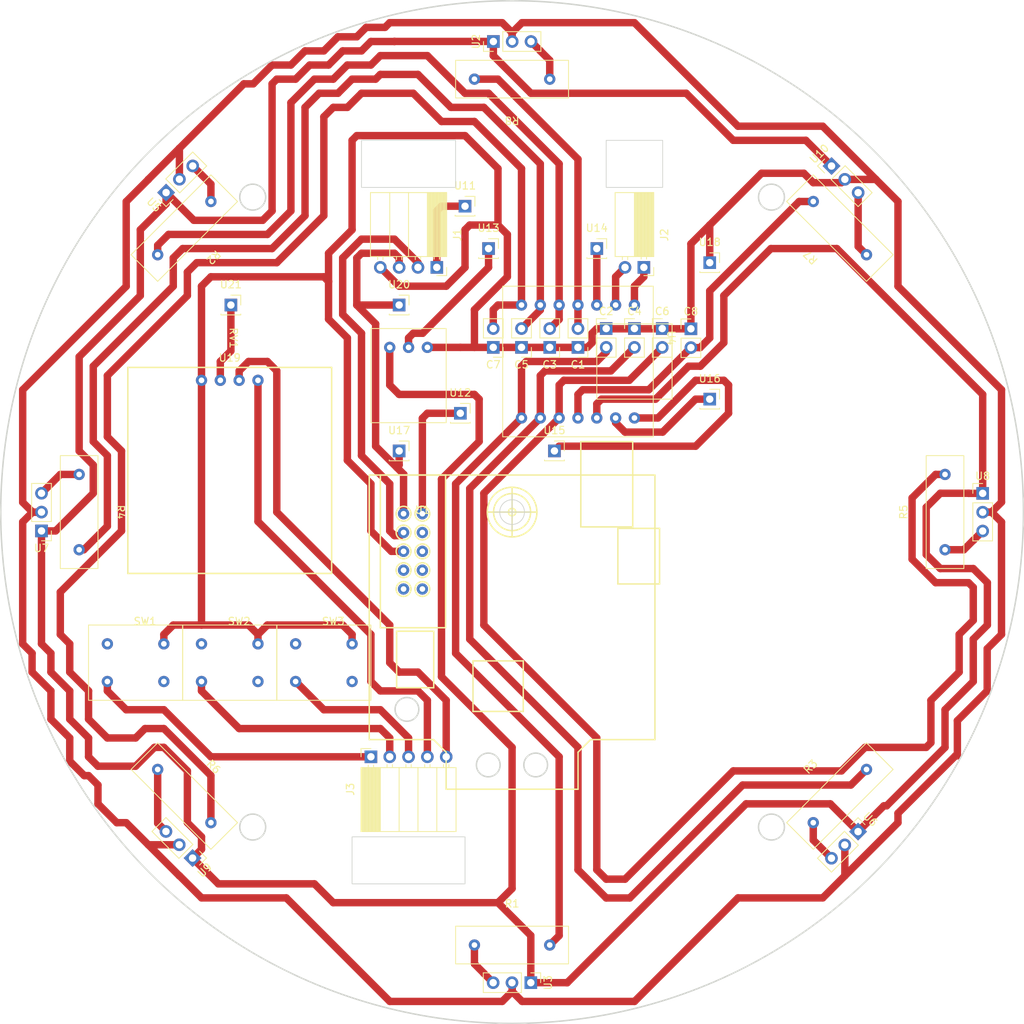
<source format=kicad_pcb>
(kicad_pcb (version 20211014) (generator pcbnew)
  (layers (0 "F.Cu" signal) (31 "B.Cu" signal) (34 "B.Paste" user) (35 "F.Paste" user) (36 "B.SilkS" user "B.Silkscreen") (37 "F.SilkS" user "F.Silkscreen") (38 "B.Mask" user) (39 "F.Mask" user) (44 "Edge.Cuts" user))
  (net 0 "")
  (net 1 "GND")
  (net 2 "IR1")
  (net 3 "IR5")
  (net 4 "IR2")
  (net 5 "IR6")
  (net 6 "IR3")
  (net 7 "IR7")
  (net 8 "IR4")
  (net 9 "IR8")
  (net 10 "TX")
  (net 11 "RX")
  (net 12 "+5V")
  (net 13 "IR_DAC")
  (net 14 "IR_dist")
  (net 15 "IR_Potention")
  (net 22 "+3V3")
  (net 23 "Net-(R1-Pad1)")
  (net 24 "Net-(R2-Pad1)")
  (net 25 "Net-(R3-Pad1)")
  (net 26 "Net-(R4-Pad1)")
  (net 27 "Net-(R5-Pad1)")
  (net 28 "Net-(R6-Pad1)")
  (net 29 "Net-(R7-Pad1)")
  (net 30 "Net-(R8-Pad1)")
  (net 31 "Net-(RV1-Pad2)")
  (net 32 "Net-(U1-Pad6)")
  (net 33 "SCL")
  (net 34 "SDA")
  (net 35 "left")
  (net 36 "center")
  (net 37 "right")
  (net 44 "Net-(U15-Pad1)")
  (net 45 "Net-(U16-Pad1)")
  (net 46 "Net-(U19-Pad2)")
  (footprint "TACTSW:TACTSW" (layer "F.Cu") (at -49.53 15.24)
    (fp_text reference "SW1")
    (fp_text value "left")
  )
  (footprint "MINE:R" (layer "F.Cu") (at -53.34 0 -90)
    (fp_text reference "R4")
    (fp_text value "R")
  )
  (footprint "Connector_PinSocket_2.54mm:PinSocket_1x01_P2.54mm_Vertical" (layer "F.Cu") (at -15.24 -8.255)
    (fp_text reference "U17")
    (fp_text value "D")
  )
  (footprint "Connector_PinHeader_2.54mm:PinHeader_1x03_P2.54mm_Vertical" (layer "F.Cu") (at 63.5 -2.525)
    (fp_text reference "U8")
    (fp_text value "IR7")
  )
  (footprint "Connector_PinSocket_2.54mm:PinSocket_1x04_P2.54mm_Horizontal" (layer "F.Cu") (at -10.16 -33.02 -90)
    (fp_text reference "J1")
    (fp_text value "PIXY")
  )
  (footprint "Connector_PinHeader_2.54mm:PinHeader_1x02_P2.54mm_Vertical" (layer "F.Cu") (at 5.08 -22.225 180)
    (fp_text reference "C3")
    (fp_text value "C")
  )
  (footprint "Connector_PinSocket_2.54mm:PinSocket_1x01_P2.54mm_Vertical" (layer "F.Cu") (at -3.175 -35.56)
    (fp_text reference "U13")
    (fp_text value "B")
  )
  (footprint "TACTSW:TACTSW" (layer "F.Cu") (at -24.13 15.24)
    (fp_text reference "SW3")
    (fp_text value "right")
  )
  (footprint "Connector_PinSocket_2.54mm:PinSocket_1x01_P2.54mm_Vertical" (layer "F.Cu") (at 5.715 -8.255)
    (fp_text reference "U15")
    (fp_text value "D")
  )
  (footprint "R_Potentiometer:Potentiometer" (layer "F.Cu") (at -13.97 -24.765)
    (fp_text reference "RV1")
    (fp_text value "R_Potentiometer")
  )
  (footprint "Connector_PinHeader_2.54mm:PinHeader_1x03_P2.54mm_Vertical" (layer "F.Cu") (at 2.525 63.5 -90)
    (fp_text reference "U3")
    (fp_text value "IR5")
  )
  (footprint "Connector_PinHeader_2.54mm:PinHeader_1x03_P2.54mm_Vertical" (layer "F.Cu") (at -2.525 -63.5 90)
    (fp_text reference "U2")
    (fp_text value "IR1")
  )
  (footprint "MINE:R" (layer "F.Cu") (at 0 53.34)
    (fp_text reference "R1")
    (fp_text value "R")
  )
  (footprint "OLED:0.96inchOLED" (layer "F.Cu") (at -38.1 -20.32)
    (fp_text reference "U19")
    (fp_text value "0.96inchOLED")
  )
  (footprint "seeeduino_xiao:seeeduino_xiao" (layer "F.Cu") (at 19.05 -20.32 -90)
    (fp_text reference "U4")
    (fp_text value "seeeduino_xion")
  )
  (footprint "MINE:R" (layer "F.Cu") (at 0 -53.34 180)
    (fp_text reference "R8")
    (fp_text value "R")
  )
  (footprint "Connector_PinHeader_2.54mm:PinHeader_1x02_P2.54mm_Vertical" (layer "F.Cu") (at 20.26 -24.765)
    (fp_text reference "C6")
    (fp_text value "C")
  )
  (footprint "MINE:R" (layer "F.Cu") (at -40.64 -34.725795 -135)
    (fp_text reference "R2")
    (fp_text value "R")
  )
  (footprint "Connector_PinHeader_2.54mm:PinHeader_1x02_P2.54mm_Vertical" (layer "F.Cu") (at 16.51 -24.765)
    (fp_text reference "C4")
    (fp_text value "C")
  )
  (footprint "Connector_PinHeader_2.54mm:PinHeader_1x03_P2.54mm_Vertical" (layer "F.Cu") (at 43.105229 -46.697332 45)
    (fp_text reference "U10")
    (fp_text value "IR8")
  )
  (footprint "Connector_PinSocket_2.54mm:PinSocket_1x01_P2.54mm_Vertical" (layer "F.Cu") (at 26.67 -33.655)
    (fp_text reference "U18")
    (fp_text value "C")
  )
  (footprint "Connector_PinHeader_2.54mm:PinHeader_1x02_P2.54mm_Vertical" (layer "F.Cu") (at 8.89 -22.225 180)
    (fp_text reference "C1")
    (fp_text value "C")
  )
  (footprint "Connector_PinSocket_2.54mm:PinSocket_1x01_P2.54mm_Vertical" (layer "F.Cu") (at -6.985 -13.335)
    (fp_text reference "U12")
    (fp_text value "A")
  )
  (footprint "TACTSW:TACTSW" (layer "F.Cu") (at -36.83 15.24)
    (fp_text reference "SW2")
    (fp_text value "center")
  )
  (footprint "Connector_PinSocket_2.54mm:PinSocket_1x05_P2.54mm_Horizontal" (layer "F.Cu") (at -19.05 33.02 90)
    (fp_text reference "J3")
    (fp_text value "I2C/SW")
  )
  (footprint "Connector_PinHeader_2.54mm:PinHeader_1x02_P2.54mm_Vertical" (layer "F.Cu") (at 24.13 -24.735)
    (fp_text reference "C8")
    (fp_text value "C")
  )
  (footprint "Connector_PinSocket_2.54mm:PinSocket_1x01_P2.54mm_Vertical" (layer "F.Cu") (at -37.945 -27.94)
    (fp_text reference "U21")
    (fp_text value "E")
  )
  (footprint "PIXY:PIXY2" (layer "F.Cu") (at 0 0)
    (fp_text reference "U1")
    (fp_text value "PIXY2")
    (fp_circle (center -14.19 26.62) (end -12.59 26.62) (layer "Edge.Cuts") (width 0.2) (fill none))
    (fp_circle (center -3.215 34.12) (end -1.615 34.12) (layer "Edge.Cuts") (width 0.2) (fill none))
    (fp_circle (center 3.185 34.12) (end 4.785 34.12) (layer "Edge.Cuts") (width 0.2) (fill none))
  )
  (footprint "Connector_PinHeader_2.54mm:PinHeader_1x03_P2.54mm_Vertical" (layer "F.Cu") (at -43.115836 46.686725 -135)
    (fp_text reference "U9")
    (fp_text value "IR4")
  )
  (footprint "MINE:R" (layer "F.Cu") (at -40.64 34.725795 -45)
    (fp_text reference "R6")
    (fp_text value "R")
  )
  (footprint "Connector_PinSocket_2.54mm:PinSocket_1x01_P2.54mm_Vertical" (layer "F.Cu") (at 26.67 -15.24)
    (fp_text reference "U16")
    (fp_text value "C")
  )
  (footprint "Connector_PinHeader_2.54mm:PinHeader_1x02_P2.54mm_Vertical" (layer "F.Cu") (at 12.7 -24.765)
    (fp_text reference "C2")
    (fp_text value "C")
  )
  (footprint "Connector_PinHeader_2.54mm:PinHeader_1x02_P2.54mm_Vertical" (layer "F.Cu") (at -2.54 -22.225 180)
    (fp_text reference "C7")
    (fp_text value "C")
  )
  (footprint "Connector_PinSocket_2.54mm:PinSocket_1x01_P2.54mm_Vertical" (layer "F.Cu") (at 11.43 -35.56)
    (fp_text reference "U14")
    (fp_text value "B")
  )
  (footprint "Connector_PinSocket_2.54mm:PinSocket_1x02_P2.54mm_Horizontal" (layer "F.Cu") (at 17.78 -33.02 -90)
    (fp_text reference "J2")
    (fp_text value "IR")
  )
  (footprint "Connector_PinHeader_2.54mm:PinHeader_1x02_P2.54mm_Vertical" (layer "F.Cu") (at 1.27 -22.225 180)
    (fp_text reference "C5")
    (fp_text value "C")
  )
  (footprint "MINE:R" (layer "F.Cu") (at 40.64 -34.725795 135)
    (fp_text reference "R7")
    (fp_text value "R")
  )
  (footprint "Connector_PinHeader_2.54mm:PinHeader_1x03_P2.54mm_Vertical" (layer "F.Cu") (at -63.5 2.54 180)
    (fp_text reference "U7")
    (fp_text value "IR3")
  )
  (footprint "Connector_PinHeader_2.54mm:PinHeader_1x03_P2.54mm_Vertical" (layer "F.Cu") (at -46.686725 -43.115836 135)
    (fp_text reference "U5")
    (fp_text value "IR2")
  )
  (footprint "Connector_PinSocket_2.54mm:PinSocket_1x01_P2.54mm_Vertical" (layer "F.Cu") (at -6.35 -41.275)
    (fp_text reference "U11")
    (fp_text value "A")
  )
  (footprint "MINE:R" (layer "F.Cu") (at 40.64 34.725795 45)
    (fp_text reference "R3")
    (fp_text value "R")
  )
  (footprint "Connector_PinHeader_2.54mm:PinHeader_1x03_P2.54mm_Vertical" (layer "F.Cu") (at 46.686725 43.115836 -45)
    (fp_text reference "U6")
    (fp_text value "IR6")
  )
  (footprint "Connector_PinSocket_2.54mm:PinSocket_1x01_P2.54mm_Vertical" (layer "F.Cu") (at -15.24 -27.94)
    (fp_text reference "U20")
    (fp_text value "E")
  )
  (footprint "MINE:R" (layer "F.Cu") (at 53.34 0 90)
    (fp_text reference "R5")
    (fp_text value "R")
  )
  (gr_circle (center -35 42.5) (end -33.25 42.5) (layer "Edge.Cuts") (width 0.2) (fill none))
  (gr_rect (start -21.59 50.165) (end -6.35 43.815) (layer "Edge.Cuts") (width 0.1) (fill none))
  (gr_circle (center 35 42.5) (end 36.75 42.5) (layer "Edge.Cuts") (width 0.2) (fill none))
  (gr_rect (start -20.32 -43.815) (end -7.62 -50.165) (layer "Edge.Cuts") (width 0.1) (fill none))
  (gr_circle (center -35 -42.5) (end -33.25 -42.5) (layer "Edge.Cuts") (width 0.2) (fill none))
  (gr_circle (center 35 -42.5) (end 36.75 -42.5) (layer "Edge.Cuts") (width 0.2) (fill none))
  (gr_circle (center 0 0) (end 69 0) (layer "Edge.Cuts") (width 0.2) (fill none))
  (gr_rect (start 12.7 -43.815) (end 20.32 -50.165) (layer "Edge.Cuts") (width 0.1) (fill none))
  (target plus (at 0 0) (size 5) (width 0.1) (layer "Edge.Cuts"))
  (segment (start -6.35 -50.8) (end -20.955 -50.8) (width 1) (layer "F.Cu") (net 1))
  (segment (start -35.56 15.24) (end -34.29 16.51) (width 1) (layer "F.Cu") (net 1))
  (segment (start -44.880068 49.07872) (end -44.90128 49.07872) (width 1) (layer "F.Cu") (net 1))
  (segment (start 30.490606 52.059394) (end 41.920606 52.059394) (width 1) (layer "F.Cu") (net 1))
  (segment (start -66.04 -16.495) (end -52.07 -30.465) (width 1) (layer "F.Cu") (net 1))
  (segment (start -33.02 15.24) (end -22.86 15.24) (width 1) (layer "F.Cu") (net 1))
  (segment (start -62.23 27.94) (end -59.69 30.48) (width 1) (layer "F.Cu") (net 1))
  (segment (start 52.07 -41.91) (end 49.089326 -44.890674) (width 1) (layer "F.Cu") (net 1))
  (segment (start -21.59 -50.165) (end -21.59 -38.1) (width 1) (layer "F.Cu") (net 1))
  (segment (start -30.469394 52.059394) (end -41.899394 52.059394) (width 1) (layer "F.Cu") (net 1))
  (segment (start -8.89 -30.48) (end -15.24 -30.48) (width 1) (layer "F.Cu") (net 1))
  (segment (start 11.4 -24.735) (end 10.795 -24.13) (width 1) (layer "F.Cu") (net 1))
  (segment (start -21.59 16.51) (end -21.59 17.78) (width 1) (layer "F.Cu") (net 1))
  (segment (start -25.4 -62.23) (end -23.495 -64.135) (width 1) (layer "F.Cu") (net 1))
  (segment (start 59.821993 32.888007) (end 52.07 40.64) (width 1) (layer "F.Cu") (net 1))
  (segment (start -16.29 5.3) (end -19.05 2.54) (width 1) (layer "F.Cu") (net 1))
  (segment (start -41.91 -30.48) (end -40.64 -31.75) (width 1) (layer "F.Cu") (net 1))
  (segment (start -46.99 17.78) (end -46.99 16.51) (width 1) (layer "F.Cu") (net 1))
  (segment (start -6.35 -38.1) (end -6.35 -33.02) (width 1) (layer "F.Cu") (net 1))
  (segment (start -25.4 -31.75) (end -24.765 -31.115) (width 1) (layer "F.Cu") (net 1))
  (segment (start -49.089326 -44.890674) (end -44.890674 -49.089326) (width 1) (layer "F.Cu") (net 1))
  (segment (start -64.702081 0) (end -66.04 1.337919) (width 1) (layer "F.Cu") (net 1))
  (segment (start 52.07 40.64) (end 52.07 41.91) (width 1) (layer "F.Cu") (net 1))
  (segment (start -49.089326 44.890674) (end -44.911887 44.890674) (width 1) (layer "F.Cu") (net 1))
  (segment (start -49.089326 -44.875674) (end -49.089326 -44.890674) (width 1) (layer "F.Cu") (net 1))
  (segment (start -57.73241 35.56) (end -57.15 35.56) (width 1) (layer "F.Cu") (net 1))
  (segment (start -59.69 33.60241) (end -57.73241 35.56) (width 1) (layer "F.Cu") (net 1))
  (segment (start 1.348525 66.029394) (end 16.520606 66.029394) (width 1) (layer "F.Cu") (net 1))
  (segment (start -41.91 15.24) (end -35.56 15.24) (width 1) (layer "F.Cu") (net 1))
  (segment (start -5.715 -38.735) (end -6.35 -38.1) (width 1) (layer "F.Cu") (net 1))
  (segment (start -2.54 -22.225) (end -5.08 -22.225) (width 1) (layer "F.Cu") (net 1))
  (segment (start -64.77 19.05) (end -64.77 21.59) (width 1) (layer "F.Cu") (net 1))
  (segment (start -62.23 24.13) (end -62.23 27.94) (width 1) (layer "F.Cu") (net 1))
  (segment (start -41.91 -17.78) (end -41.91 -30.48) (width 1) (layer "F.Cu") (net 1))
  (segment (start -1.337919 -66.04) (end 0 -64.702081) (width 1) (layer "F.Cu") (net 1))
  (segment (start 49.089326 -44.890674) (end 44.911887 -44.890674) (width 1) (layer "F.Cu") (net 1))
  (segment (start 66.04 16.51) (end 64.110147 18.439853) (width 1) (layer "F.Cu") (net 1))
  (segment (start -64.77 21.59) (end -62.23 24.13) (width 1) (layer "F.Cu") (net 1))
  (segment (start 63.5 0) (end 64.702081 0) (width 1) (layer "F.Cu") (net 1))
  (segment (start -66.04 -1.322919) (end -66.04 -16.495) (width 1) (layer "F.Cu") (net 1))
  (segment (start -1.905 -38.735) (end -5.715 -38.735) (width 1) (layer "F.Cu") (net 1))
  (segment (start 30.48 -52.07) (end 41.91 -52.07) (width 1) (layer "F.Cu") (net 1))
  (segment (start -66.04 1.337919) (end -66.04 17.78) (width 1) (layer "F.Cu") (net 1))
  (segment (start 41.920606 52.059394) (end 44.90128 49.07872) (width 1) (layer "F.Cu") (net 1))
  (segment (start -19.05 2.54) (end -19.05 -3.81) (width 1) (layer "F.Cu") (net 1))
  (segment (start 44.90128 49.07872) (end 44.90128 44.901281) (width 1) (layer "F.Cu") (net 1))
  (segment (start 40.64 -44.45) (end 44.449999 -44.45) (width 1) (layer "F.Cu") (net 1))
  (segment (start -24.765 -26.035) (end -24.765 -31.115) (width 1) (layer "F.Cu") (net 1))
  (segment (start 64.110147 24.120614) (end 60.086539 28.144222) (width 1) (layer "F.Cu") (net 1))
  (segment (start -44.890674 -49.089326) (end -44.890674 -44.911887) (width 1) (layer "F.Cu") (net 1))
  (segment (start -63.5 0.015) (end -64.702081 0.015) (width 1) (layer "F.Cu") (net 1))
  (segment (start -57.15 35.56) (end -55.88 36.83) (width 1) (layer "F.Cu") (net 1))
  (segment (start -19.05 -3.81) (end -22.225 -6.985) (width 1) (layer "F.Cu") (net 1))
  (segment (start 0 -64.702081) (end 1.337919 -66.04) (width 1) (layer "F.Cu") (net 1))
  (segment (start 26.67 -33.655) (end 26.67 -38.735) (width 1) (layer "F.Cu") (net 1))
  (segment (start 10.795 -24.13) (end 10.795 -22.86) (width 1) (layer "F.Cu") (net 1))
  (segment (start 1.337919 -66.04) (end 16.51 -66.04) (width 1) (layer "F.Cu") (net 1))
  (segment (start 41.91 -52.07) (end 49.089326 -44.890674) (width 1) (layer "F.Cu") (net 1))
  (segment (start 66.04 1.337919) (end 66.04 16.51) (width 1) (layer "F.Cu") (net 1))
  (segment (start -23.495 -64.135) (end -20.955 -64.135) (width 1) (layer "F.Cu") (net 1))
  (segment (start 66.04 -16.51) (end 52.07 -30.48) (width 1) (layer "F.Cu") (net 1))
  (segment (start 64.702081 0) (end 66.04 -1.337919) (width 1) (layer "F.Cu") (net 1))
  (segment (start -6.35 -33.02) (end -8.89 -30.48) (width 1) (layer "F.Cu") (net 1))
  (segment (start -0.635 -31.75) (end -0.635 -37.465) (width 1) (layer "F.Cu") (net 1))
  (segment (start 16.51 -66.04) (end 30.48 -52.07) (width 1) (layer "F.Cu") (net 1))
  (segment (start -5.08 -27.305) (end -0.635 -31.75) (width 1) (layer "F.Cu") (net 1))
  (segment (start -6.985 -22.225) (end -11.43 -22.225) (width 1) (layer "F.Cu") (net 1))
  (segment (start -20.955 -64.135) (end -19.685 -65.405) (width 1) (layer "F.Cu") (net 1))
  (segment (start -27.94 -62.23) (end -25.4 -62.23) (width 1) (layer "F.Cu") (net 1))
  (segment (start 33.655 -45.72) (end 39.37 -45.72) (width 1) (layer "F.Cu") (net 1))
  (segment (start 0.010606 64.691475) (end 1.348525 66.029394) (width 1) (layer "F.Cu") (net 1))
  (segment (start 0.010606 63.489394) (end 0.010606 64.691475) (width 1) (layer "F.Cu") (net 1))
  (segment (start -64.702081 0.015) (end -66.04 -1.322919) (width 1) (layer "F.Cu") (net 1))
  (segment (start -55.88 39.37) (end -53.34 41.91) (width 1) (layer "F.Cu") (net 1))
  (segment (start -44.890674 -49.089326) (end -36.195 -57.785) (width 1) (layer "F.Cu") (net 1))
  (segment (start -52.07 -41.895) (end -49.089326 -44.875674) (width 1) (layer "F.Cu") (net 1))
  (segment (start -5.08 -22.225) (end -5.08 -27.305) (width 1) (layer "F.Cu") (net 1))
  (segment (start -1.905 -38.735) (end -1.905 -46.355) (width 1) (layer "F.Cu") (net 1))
  (segment (start 52.07 41.91) (end 44.90128 49.07872) (width 1) (layer "F.Cu") (net 1))
  (segment (start 44.449999 -44.45) (end 44.90128 -44.901281) (width 1) (layer "F.Cu") (net 1))
  (segment (start -34.29 16.51) (end -34.29 17.78) (width 1) (layer "F.Cu") (net 1))
  (segment (start -66.04 17.78) (end -64.77 19.05) (width 1) (layer "F.Cu") (net 1))
  (segment (start -5.08 -22.225) (end -6.985 -22.225) (width 1) (layer "F.Cu") (net 1))
  (segment (start 0 -63.5) (end 0 -64.702081) (width 1) (layer "F.Cu") (net 1))
  (segment (start -15.24 -30.48) (end -17.78 -33.02) (width 1) (layer "F.Cu") (net 1))
  (segment (start 16.520606 66.029394) (end 30.490606 52.059394) (width 1) (layer "F.Cu") (net 1))
  (segment (start -24.765 -34.925) (end -21.59 -38.1) (width 1) (layer "F.Cu") (net 1))
  (segment (start -52.07 -30.465) (end -52.07 -41.895) (width 1) (layer "F.Cu") (net 1))
  (segment (start -19.685 -65.405) (end -17.145 -65.405) (width 1) (layer "F.Cu") (net 1))
  (segment (start -22.86 15.24) (end -21.59 16.51) (width 1) (layer "F.Cu") (net 1))
  (segment (start -16.499394 66.029394) (end -30.469394 52.059394) (width 1) (layer "F.Cu") (net 1))
  (segment (start -22.225 -23.495) (end -24.765 -26.035) (width 1) (layer "F.Cu") (net 1))
  (segment (start -1.327313 66.029394) (end -16.499394 66.029394) (width 1) (layer "F.Cu") (net 1))
  (segment (start -41.91 -17.78) (end -41.91 15.24) (width 1) (layer "F.Cu") (net 1))
  (segment (start -0.635 -37.465) (end -1.905 -38.735) (width 1) (layer "F.Cu") (net 1))
  (segment (start 66.04 -1.337919) (end 66.04 -16.51) (width 1) (layer "F.Cu") (net 1))
  (segment (start -45.72 15.24) (end -41.91 15.24) (width 1) (layer "F.Cu") (net 1))
  (segment (start -16.51 -66.04) (end -1.337919 -66.04) (width 1) (layer "F.Cu") (net 1))
  (segment (start 60.086539 28.144222) (end 60.086539 32.888007) (width 1) (layer "F.Cu") (net 1))
  (segment (start -55.88 36.83) (end -55.88 39.37) (width 1) (layer "F.Cu") (net 1))
  (segment (start 10.16 -22.225) (end -2.54 -22.225) (width 1) (layer "F.Cu") (net 1))
  (segment (start 52.07 -30.48) (end 52.07 -41.91) (width 1) (layer "F.Cu") (net 1))
  (segment (start 64.702081 0) (end 66.04 1.337919) (width 1) (layer "F.Cu") (net 1))
  (segment (start 0.010606 63.489394) (end 0.010606 64.691475) (width 1) (layer "F.Cu") (net 1))
  (segment (start -63.5 0.015) (end -64.702081 0.015) (width 1) (layer "F.Cu") (net 1))
  (segment (start -46.99 16.51) (end -45.72 15.24) (width 1) (layer "F.Cu") (net 1))
  (segment (start -63.5 0) (end -64.702081 0) (width 1) (layer "F.Cu") (net 1))
  (segment (start -59.69 30.48) (end -59.69 33.60241) (width 1) (layer "F.Cu") (net 1))
  (segment (start 39.37 -45.72) (end 40.64 -44.45) (width 1) (layer "F.Cu") (net 1))
  (segment (start -17.145 -65.405) (end -16.51 -66.04) (width 1) (layer "F.Cu") (net 1))
  (segment (start -44.90128 49.07872) (end -49.089326 44.890674) (width 1) (layer "F.Cu") (net 1))
  (segment (start 64.110147 18.439853) (end 64.110147 24.120614) (width 1) (layer "F.Cu") (net 1))
  (segment (start 24.1 -24.765) (end 24.13 -24.735) (width 1) (layer "F.Cu") (net 1))
  (segment (start 60.086539 32.888007) (end 59.821993 32.888007) (width 1) (layer "F.Cu") (net 1))
  (segment (start -53.34 41.91) (end -52.07 41.91) (width 1) (layer "F.Cu") (net 1))
  (segment (start -1.905 -46.355) (end -6.35 -50.8) (width 1) (layer "F.Cu") (net 1))
  (segment (start 0 -63.5) (end 0 -64.702081) (width 1) (layer "F.Cu") (net 1))
  (segment (start -36.195 -57.785) (end -34.925 -57.785) (width 1) (layer "F.Cu") (net 1))
  (segment (start -29.845 -60.325) (end -27.94 -62.23) (width 1) (layer "F.Cu") (net 1))
  (segment (start 0.010606 64.691475) (end -1.327313 66.029394) (width 1) (layer "F.Cu") (net 1))
  (segment (start -14.645 5.3) (end -16.29 5.3) (width 1) (layer "F.Cu") (net 1))
  (segment (start 24.13 -36.195) (end 26.67 -38.735) (width 1) (layer "F.Cu") (net 1))
  (segment (start -34.925 -57.785) (end -32.385 -60.325) (width 1) (layer "F.Cu") (net 1))
  (segment (start 24.13 -24.735) (end 11.4 -24.735) (width 1) (layer "F.Cu") (net 1))
  (segment (start 24.13 -24.735) (end 24.13 -36.195) (width 1) (layer "F.Cu") (net 1))
  (segment (start -22.225 -6.985) (end -22.225 -23.495) (width 1) (layer "F.Cu") (net 1))
  (segment (start 63.5 0) (end 64.702081 0) (width 1) (layer "F.Cu") (net 1))
  (segment (start -41.899394 52.059394) (end -44.880068 49.07872) (width 1) (layer "F.Cu") (net 1))
  (segment (start -24.765 -31.115) (end -24.765 -34.925) (width 1) (layer "F.Cu") (net 1))
  (segment (start -34.29 16.51) (end -33.02 15.24) (width 1) (layer "F.Cu") (net 1))
  (segment (start -40.64 -31.75) (end -25.4 -31.75) (width 1) (layer "F.Cu") (net 1))
  (segment (start 10.795 -22.86) (end 10.16 -22.225) (width 1) (layer "F.Cu") (net 1))
  (segment (start -52.07 41.91) (end -49.089326 44.890674) (width 1) (layer "F.Cu") (net 1))
  (segment (start 26.67 -38.735) (end 33.655 -45.72) (width 1) (layer "F.Cu") (net 1))
  (segment (start -20.955 -50.8) (end -21.59 -50.165) (width 1) (layer "F.Cu") (net 1))
  (segment (start -32.385 -60.325) (end -29.845 -60.325) (width 1) (layer "F.Cu") (net 1))
  (segment (start -1.905 -58.42) (end 8.89 -47.625) (width 1) (layer "F.Cu") (net 2))
  (segment (start 8.89 -27.94) (end 8.89 -24.765) (width 1) (layer "F.Cu") (net 2))
  (segment (start -5.08 -58.42) (end -1.905 -58.42) (width 1) (layer "F.Cu") (net 2))
  (segment (start 8.89 -47.625) (end 8.89 -27.94) (width 1) (layer "F.Cu") (net 2))
  (segment (start 11.43 -20.32) (end 1.905 -20.32) (width 1) (layer "F.Cu") (net 3))
  (segment (start 12.7 -22.225) (end 12.7 -21.59) (width 1) (layer "F.Cu") (net 3))
  (segment (start 1.27 -12.7) (end -7.62 -3.81) (width 1) (layer "F.Cu") (net 3))
  (segment (start 6.35 33.02) (end 6.35 57.15) (width 1) (layer "F.Cu") (net 3))
  (segment (start 1.27 -19.685) (end 1.27 -12.7) (width 1) (layer "F.Cu") (net 3))
  (segment (start 6.35 57.15) (end 5.08 58.42) (width 1) (layer "F.Cu") (net 3))
  (segment (start -7.62 19.05) (end 6.35 33.02) (width 1) (layer "F.Cu") (net 3))
  (segment (start 12.7 -21.59) (end 11.43 -20.32) (width 1) (layer "F.Cu") (net 3))
  (segment (start 1.905 -20.32) (end 1.27 -19.685) (width 1) (layer "F.Cu") (net 3))
  (segment (start -7.62 -3.81) (end -7.62 19.05) (width 1) (layer "F.Cu") (net 3))
  (segment (start -29.845 -40.64) (end -29.845 -55.245) (width 1) (layer "F.Cu") (net 4))
  (segment (start -33.02 -37.465) (end -29.845 -40.64) (width 1) (layer "F.Cu") (net 4))
  (segment (start -22.225 -60.325) (end -19.05 -60.325) (width 1) (layer "F.Cu") (net 4))
  (segment (start -17.78 -61.595) (end -11.43 -61.595) (width 1) (layer "F.Cu") (net 4))
  (segment (start -6.35 -56.515) (end -3.175 -56.515) (width 1) (layer "F.Cu") (net 4))
  (segment (start 6.35 -27.94) (end 6.35 -26.005) (width 1) (layer "F.Cu") (net 4))
  (segment (start -29.845 -55.245) (end -26.67 -58.42) (width 1) (layer "F.Cu") (net 4))
  (segment (start -3.175 -56.515) (end 6.35 -46.99) (width 1) (layer "F.Cu") (net 4))
  (segment (start -26.67 -58.42) (end -24.13 -58.42) (width 1) (layer "F.Cu") (net 4))
  (segment (start -46.355 -37.465) (end -33.02 -37.465) (width 1) (layer "F.Cu") (net 4))
  (segment (start 6.35 -46.99) (end 6.35 -27.94) (width 1) (layer "F.Cu") (net 4))
  (segment (start 6.35 -26.005) (end 5.08 -24.735) (width 1) (layer "F.Cu") (net 4))
  (segment (start -47.824205 -35.995795) (end -46.355 -37.465) (width 1) (layer "F.Cu") (net 4))
  (segment (start -24.13 -58.42) (end -22.225 -60.325) (width 1) (layer "F.Cu") (net 4))
  (segment (start -47.824205 -34.725795) (end -47.824205 -35.995795) (width 1) (layer "F.Cu") (net 4))
  (segment (start -11.43 -61.595) (end -6.35 -56.515) (width 1) (layer "F.Cu") (net 4))
  (segment (start -19.05 -60.325) (end -17.78 -61.595) (width 1) (layer "F.Cu") (net 4))
  (segment (start 12.7 52.07) (end 15.875 52.07) (width 1) (layer "F.Cu") (net 5))
  (segment (start 3.81 -18.415) (end 4.445 -19.05) (width 1) (layer "F.Cu") (net 5))
  (segment (start -5.715 -3.175) (end -5.715 17.145) (width 1) (layer "F.Cu") (net 5))
  (segment (start 13.335 -19.05) (end 16.51 -22.225) (width 1) (layer "F.Cu") (net 5))
  (segment (start 45.72 36.83) (end 47.824205 34.725795) (width 1) (layer "F.Cu") (net 5))
  (segment (start 31.115 36.83) (end 45.72 36.83) (width 1) (layer "F.Cu") (net 5))
  (segment (start 8.89 48.26) (end 12.7 52.07) (width 1) (layer "F.Cu") (net 5))
  (segment (start 4.445 -19.05) (end 13.335 -19.05) (width 1) (layer "F.Cu") (net 5))
  (segment (start 3.81 -12.7) (end 3.81 -18.415) (width 1) (layer "F.Cu") (net 5))
  (segment (start 8.89 31.75) (end 8.89 48.26) (width 1) (layer "F.Cu") (net 5))
  (segment (start 15.875 52.07) (end 31.115 36.83) (width 1) (layer "F.Cu") (net 5))
  (segment (start 3.81 -12.7) (end -5.715 -3.175) (width 1) (layer "F.Cu") (net 5))
  (segment (start -5.715 17.145) (end 8.89 31.75) (width 1) (layer "F.Cu") (net 5))
  (segment (start 1.27 -24.735) (end 3.81 -27.275) (width 1) (layer "F.Cu") (net 6))
  (segment (start -18.415 -58.42) (end -17.78 -59.055) (width 1) (layer "F.Cu") (net 6))
  (segment (start -58.42 5.08) (end -57.785 5.08) (width 1) (layer "F.Cu") (net 6))
  (segment (start -12.7 -59.055) (end -8.255 -54.61) (width 1) (layer "F.Cu") (net 6))
  (segment (start -32.385 -35.56) (end -27.94 -40.005) (width 1) (layer "F.Cu") (net 6))
  (segment (start -44.45 -35.56) (end -32.385 -35.56) (width 1) (layer "F.Cu") (net 6))
  (segment (start -56.515 -9.525) (end -56.515 -19.685) (width 1) (layer "F.Cu") (net 6))
  (segment (start -23.495 -56.515) (end -21.59 -58.42) (width 1) (layer "F.Cu") (net 6))
  (segment (start -3.81 -54.61) (end 3.81 -46.99) (width 1) (layer "F.Cu") (net 6))
  (segment (start -17.78 -59.055) (end -12.7 -59.055) (width 1) (layer "F.Cu") (net 6))
  (segment (start -21.59 -58.42) (end -18.415 -58.42) (width 1) (layer "F.Cu") (net 6))
  (segment (start -27.94 -54.61) (end -26.035 -56.515) (width 1) (layer "F.Cu") (net 6))
  (segment (start -27.94 -40.005) (end -27.94 -54.61) (width 1) (layer "F.Cu") (net 6))
  (segment (start -26.035 -56.515) (end -23.495 -56.515) (width 1) (layer "F.Cu") (net 6))
  (segment (start -8.255 -54.61) (end -3.81 -54.61) (width 1) (layer "F.Cu") (net 6))
  (segment (start -54.61 -7.62) (end -56.515 -9.525) (width 1) (layer "F.Cu") (net 6))
  (segment (start -57.785 5.08) (end -54.61 1.905) (width 1) (layer "F.Cu") (net 6))
  (segment (start 3.81 -27.275) (end 3.81 -27.94) (width 1) (layer "F.Cu") (net 6))
  (segment (start -54.61 1.905) (end -54.61 -7.62) (width 1) (layer "F.Cu") (net 6))
  (segment (start 3.81 -46.99) (end 3.81 -27.94) (width 1) (layer "F.Cu") (net 6))
  (segment (start -45.72 -34.29) (end -44.45 -35.56) (width 1) (layer "F.Cu") (net 6))
  (segment (start -45.72 -30.48) (end -45.72 -34.29) (width 1) (layer "F.Cu") (net 6))
  (segment (start -56.515 -19.685) (end -45.72 -30.48) (width 1) (layer "F.Cu") (net 6))
  (segment (start 44.45 34.925) (end 29.845 34.925) (width 1) (layer "F.Cu") (net 7))
  (segment (start 29.845 34.925) (end 15.24 49.53) (width 1) (layer "F.Cu") (net 7))
  (segment (start 11.43 48.26) (end 11.43 30.48) (width 1) (layer "F.Cu") (net 7))
  (segment (start 58.42 -5.08) (end 57.15 -5.08) (width 1) (layer "F.Cu") (net 7))
  (segment (start 6.35 -12.7) (end 6.35 -17.145) (width 1) (layer "F.Cu") (net 7))
  (segment (start 6.985 -17.78) (end 15.815 -17.78) (width 1) (layer "F.Cu") (net 7))
  (segment (start 15.24 49.53) (end 12.7 49.53) (width 1) (layer "F.Cu") (net 7))
  (segment (start 11.43 30.48) (end -3.81 15.24) (width 1) (layer "F.Cu") (net 7))
  (segment (start -3.81 15.24) (end -3.81 -2.54) (width 1) (layer "F.Cu") (net 7))
  (segment (start 56.515 31.115) (end 55.88 31.75) (width 1) (layer "F.Cu") (net 7))
  (segment (start -3.81 -2.54) (end 6.35 -12.7) (width 1) (layer "F.Cu") (net 7))
  (segment (start 53.975 6.35) (end 57.15 9.525) (width 1) (layer "F.Cu") (net 7))
  (segment (start 12.7 49.53) (end 11.43 48.26) (width 1) (layer "F.Cu") (net 7))
  (segment (start 62.23 14.605) (end 60.325 16.51) (width 1) (layer "F.Cu") (net 7))
  (segment (start 61.595 9.525) (end 62.23 10.16) (width 1) (layer "F.Cu") (net 7))
  (segment (start 57.15 -5.08) (end 53.975 -1.905) (width 1) (layer "F.Cu") (net 7))
  (segment (start 47.625 31.75) (end 44.45 34.925) (width 1) (layer "F.Cu") (net 7))
  (segment (start 60.325 21.59) (end 56.515 25.4) (width 1) (layer "F.Cu") (net 7))
  (segment (start 56.515 25.4) (end 56.515 31.115) (width 1) (layer "F.Cu") (net 7))
  (segment (start 60.325 16.51) (end 60.325 21.59) (width 1) (layer "F.Cu") (net 7))
  (segment (start 6.35 -17.145) (end 6.985 -17.78) (width 1) (layer "F.Cu") (net 7))
  (segment (start 15.815 -17.78) (end 20.26 -22.225) (width 1) (layer "F.Cu") (net 7))
  (segment (start 62.23 10.16) (end 62.23 14.605) (width 1) (layer "F.Cu") (net 7))
  (segment (start 55.88 31.75) (end 47.625 31.75) (width 1) (layer "F.Cu") (net 7))
  (segment (start 53.975 -1.905) (end 53.975 6.35) (width 1) (layer "F.Cu") (net 7))
  (segment (start 57.15 9.525) (end 61.595 9.525) (width 1) (layer "F.Cu") (net 7))
  (segment (start 1.27 -27.94) (end 1.27 -46.355) (width 1) (layer "F.Cu") (net 8))
  (segment (start -43.815 -32.385) (end -43.815 -29.21) (width 1) (layer "F.Cu") (net 8))
  (segment (start -42.545 -33.655) (end -43.815 -32.385) (width 1) (layer "F.Cu") (net 8))
  (segment (start -52.705 2.54) (end -60.96 10.795) (width 1) (layer "F.Cu") (net 8))
  (segment (start -57.15 27.94) (end -54.61 30.48) (width 1) (layer "F.Cu") (net 8))
  (segment (start -46.99 29.21) (end -40.64 35.56) (width 1) (layer "F.Cu") (net 8))
  (segment (start -54.61 -18.415) (end -54.61 -10.16) (width 1) (layer "F.Cu") (net 8))
  (segment (start -40.64 35.56) (end -40.64 41.91) (width 1) (layer "F.Cu") (net 8))
  (segment (start -9.525 -52.705) (end -13.335 -56.515) (width 1) (layer "F.Cu") (net 8))
  (segment (start 1.27 -27.94) (end -1.905 -27.94) (width 1) (layer "F.Cu") (net 8))
  (segment (start -49.53 29.21) (end -46.99 29.21) (width 1) (layer "F.Cu") (net 8))
  (segment (start -25.4 -53.34) (end -25.4 -40.005) (width 1) (layer "F.Cu") (net 8))
  (segment (start -1.905 -27.94) (end -2.54 -27.305) (width 1) (layer "F.Cu") (net 8))
  (segment (start -60.96 10.795) (end -60.96 16.51) (width 1) (layer "F.Cu") (net 8))
  (segment (start -22.225 -54.61) (end -24.13 -54.61) (width 1) (layer "F.Cu") (net 8))
  (segment (start -20.32 -56.515) (end -22.225 -54.61) (width 1) (layer "F.Cu") (net 8))
  (segment (start -54.61 30.48) (end -50.8 30.48) (width 1) (layer "F.Cu") (net 8))
  (segment (start -31.75 -33.655) (end -42.545 -33.655) (width 1) (layer "F.Cu") (net 8))
  (segment (start -24.13 -54.61) (end -25.4 -53.34) (width 1) (layer "F.Cu") (net 8))
  (segment (start -50.8 30.48) (end -49.53 29.21) (width 1) (layer "F.Cu") (net 8))
  (segment (start -25.4 -40.005) (end -31.75 -33.655) (width 1) (layer "F.Cu") (net 8))
  (segment (start -59.69 17.78) (end -59.69 21.59) (width 1) (layer "F.Cu") (net 8))
  (segment (start -43.815 -29.21) (end -54.61 -18.415) (width 1) (layer "F.Cu") (net 8))
  (segment (start -52.705 -8.255) (end -52.705 2.54) (width 1) (layer "F.Cu") (net 8))
  (segment (start -60.96 16.51) (end -59.69 17.78) (width 1) (layer "F.Cu") (net 8))
  (segment (start -57.15 24.13) (end -57.15 27.94) (width 1) (layer "F.Cu") (net 8))
  (segment (start -59.69 21.59) (end -57.15 24.13) (width 1) (layer "F.Cu") (net 8))
  (segment (start -54.61 -10.16) (end -52.705 -8.255) (width 1) (layer "F.Cu") (net 8))
  (segment (start -5.08 -52.705) (end -9.525 -52.705) (width 1) (layer "F.Cu") (net 8))
  (segment (start -2.54 -27.305) (end -2.54 -24.735) (width 1) (layer "F.Cu") (net 8))
  (segment (start 1.27 -46.355) (end -5.08 -52.705) (width 1) (layer "F.Cu") (net 8))
  (segment (start -13.335 -56.515) (end -20.32 -56.515) (width 1) (layer "F.Cu") (net 8))
  (segment (start 40.64 -41.91) (end 38.735 -41.91) (width 1) (layer "F.Cu") (net 9))
  (segment (start 26.67 -29.845) (end 26.67 -23.495) (width 1) (layer "F.Cu") (net 9))
  (segment (start 8.89 -15.875) (end 9.525 -16.51) (width 1) (layer "F.Cu") (net 9))
  (segment (start 18.445 -16.51) (end 24.13 -22.195) (width 1) (layer "F.Cu") (net 9))
  (segment (start 26.67 -23.495) (end 25.37 -22.195) (width 1) (layer "F.Cu") (net 9))
  (segment (start 38.735 -41.91) (end 26.67 -29.845) (width 1) (layer "F.Cu") (net 9))
  (segment (start 9.525 -16.51) (end 18.445 -16.51) (width 1) (layer "F.Cu") (net 9))
  (segment (start 25.37 -22.195) (end 24.13 -22.195) (width 1) (layer "F.Cu") (net 9))
  (segment (start 8.89 -12.7) (end 8.89 -15.875) (width 1) (layer "F.Cu") (net 9))
  (segment (start -10.16 -40.64) (end -10.16 -33.02) (width 1) (layer "F.Cu") (net 10))
  (segment (start -6.35 -41.275) (end -9.525 -41.275) (width 1) (layer "F.Cu") (net 10))
  (segment (start -9.525 -41.275) (end -10.16 -40.64) (width 1) (layer "F.Cu") (net 10))
  (segment (start -12.7 -33.655) (end -15.875 -36.83) (width 1) (layer "F.Cu") (net 11))
  (segment (start -20.32 -7.62) (end -16.51 -3.81) (width 1) (layer "F.Cu") (net 11))
  (segment (start -22.86 -34.29) (end -22.86 -26.67) (width 1) (layer "F.Cu") (net 11))
  (segment (start -20.32 -24.13) (end -20.32 -7.62) (width 1) (layer "F.Cu") (net 11))
  (segment (start -16.51 2.54) (end -15.875 3.175) (width 1) (layer "F.Cu") (net 11))
  (segment (start -15.875 3.175) (end -15.06 3.175) (width 1) (layer "F.Cu") (net 11))
  (segment (start -20.32 -36.83) (end -22.86 -34.29) (width 1) (layer "F.Cu") (net 11))
  (segment (start -22.86 -26.67) (end -20.32 -24.13) (width 1) (layer "F.Cu") (net 11))
  (segment (start -16.51 -3.81) (end -16.51 2.54) (width 1) (layer "F.Cu") (net 11))
  (segment (start -15.06 3.175) (end -14.645 2.76) (width 1) (layer "F.Cu") (net 11))
  (segment (start -15.875 -36.83) (end -20.32 -36.83) (width 1) (layer "F.Cu") (net 11))
  (segment (start -12.7 -33.02) (end -12.7 -33.655) (width 1) (layer "F.Cu") (net 11))
  (segment (start -14.605 -5.08) (end -14.645 -5.04) (width 1) (layer "F.Cu") (net 12))
  (segment (start -18.415 -25.4) (end -18.415 -8.89) (width 1) (layer "F.Cu") (net 12))
  (segment (start -15.24 -34.29) (end -15.875 -34.925) (width 1) (layer "F.Cu") (net 12))
  (segment (start -20.955 -27.94) (end -18.415 -25.4) (width 1) (layer "F.Cu") (net 12))
  (segment (start -15.24 -27.94) (end -20.955 -27.94) (width 1) (layer "F.Cu") (net 12))
  (segment (start -15.5575 -6.0325) (end -14.605 -5.08) (width 1) (layer "F.Cu") (net 12))
  (segment (start -15.24 -33.02) (end -15.24 -34.29) (width 1) (layer "F.Cu") (net 12))
  (segment (start -18.415 -8.89) (end -15.5575 -6.0325) (width 1) (layer "F.Cu") (net 12))
  (segment (start -20.32 -34.925) (end -20.955 -34.29) (width 1) (layer "F.Cu") (net 12))
  (segment (start -15.24 -6.35) (end -15.5575 -6.0325) (width 1) (layer "F.Cu") (net 12))
  (segment (start -15.24 -8.255) (end -15.24 -6.35) (width 1) (layer "F.Cu") (net 12))
  (segment (start -15.875 -34.925) (end -20.32 -34.925) (width 1) (layer "F.Cu") (net 12))
  (segment (start -20.955 -34.29) (end -20.955 -27.94) (width 1) (layer "F.Cu") (net 12))
  (segment (start -14.645 -5.04) (end -14.645 0.22) (width 1) (layer "F.Cu") (net 12))
  (segment (start 16.51 -27.94) (end 16.51 -30.48) (width 1) (layer "F.Cu") (net 13))
  (segment (start 17.78 -31.75) (end 17.78 -33.02) (width 1) (layer "F.Cu") (net 13))
  (segment (start 16.51 -30.48) (end 17.78 -31.75) (width 1) (layer "F.Cu") (net 13))
  (segment (start 13.97 -31.75) (end 13.97 -27.94) (width 1) (layer "F.Cu") (net 14))
  (segment (start 15.24 -33.02) (end 13.97 -31.75) (width 1) (layer "F.Cu") (net 14))
  (segment (start 11.43 -35.56) (end 11.43 -27.94) (width 1) (layer "F.Cu") (net 15))
  (segment (start -26.67 50.165) (end -24.13 52.705) (width 1) (layer "F.Cu") (net 22))
  (segment (start 50.532439 39.637561) (end 58.42 31.75) (width 1) (layer "F.Cu") (net 22))
  (segment (start 2.54 -56.515) (end -2.525 -61.58) (width 1) (layer "F.Cu") (net 22))
  (segment (start 55.88 -0.635) (end 57.785 -2.54) (width 1) (layer "F.Cu") (net 22))
  (segment (start -20.32 -62.23) (end -22.86 -62.23) (width 1) (layer "F.Cu") (net 22))
  (segment (start -43.815 41.91) (end -41.91 43.815) (width 1) (layer "F.Cu") (net 22))
  (segment (start -24.13 52.705) (end -1.905 52.705) (width 1) (layer "F.Cu") (net 22))
  (segment (start -50.165 -29.21) (end -58.42 -20.955) (width 1) (layer "F.Cu") (net 22))
  (segment (start 39.637561 -50.165) (end 29.845 -50.165) (width 1) (layer "F.Cu") (net 22))
  (segment (start -46.99 31.75) (end -43.815 34.925) (width 1) (layer "F.Cu") (net 22))
  (segment (start -56.515 -2.54) (end -61.595 2.54) (width 1) (layer "F.Cu") (net 22))
  (segment (start 23.495 -56.515) (end 2.54 -56.515) (width 1) (layer "F.Cu") (net 22))
  (segment (start -32.385 -40.64) (end -33.655 -39.37) (width 1) (layer "F.Cu") (net 22))
  (segment (start 0 31.75) (end -9.525 22.225) (width 1) (layer "F.Cu") (net 22))
  (segment (start -50.8 34.29) (end -48.26 31.75) (width 1) (layer "F.Cu") (net 22))
  (segment (start -43.115836 46.686725) (end -39.637561 50.165) (width 1) (layer "F.Cu") (net 22))
  (segment (start -2.514393 -63.510607) (end -15.864393 -63.510607) (width 1) (layer "F.Cu") (net 22))
  (segment (start 7.422809 63.5) (end 7.433416 63.510607) (width 1) (layer "F.Cu") (net 22))
  (segment (start -19.05 -63.5) (end -20.32 -62.23) (width 1) (layer "F.Cu") (net 22))
  (segment (start -57.15 30.48) (end -57.15 33.02) (width 1) (layer "F.Cu") (net 22))
  (segment (start -55.88 34.29) (end -50.8 34.29) (width 1) (layer "F.Cu") (net 22))
  (segment (start 57.785 7.62) (end 55.88 5.715) (width 1) (layer "F.Cu") (net 22))
  (segment (start 31.574023 39.37) (end 42.940888 39.37) (width 1) (layer "F.Cu") (net 22))
  (segment (start -31.75 -58.42) (end -32.385 -57.785) (width 1) (layer "F.Cu") (net 22))
  (segment (start -58.42 -20.955) (end -58.42 -8.255) (width 1) (layer "F.Cu") (net 22))
  (segment (start 29.845 -50.165) (end 23.495 -56.515) (width 1) (layer "F.Cu") (net 22))
  (segment (start -41.91 45.502103) (end -43.094622 46.686725) (width 1) (layer "F.Cu") (net 22))
  (segment (start 46.686725 43.115836) (end 42.940888 39.37) (width 1) (layer "F.Cu") (net 22))
  (segment (start -2.525 -63.5) (end -2.525 -61.61) (width 1) (layer "F.Cu") (net 22))
  (segment (start -46.686725 -43.115836) (end -42.940888 -39.37) (width 1) (layer "F.Cu") (net 22))
  (segment (start 50.165 39.637561) (end 50.532439 39.637561) (width 1) (layer "F.Cu") (net 22))
  (segment (start -2.525 -61.58) (end -2.525 -61.61) (width 1) (layer "F.Cu") (net 22))
  (segment (start 28.575 -29.21) (end 34.925 -35.56) (width 1) (layer "F.Cu") (net 22))
  (segment (start -2.525 -61.61) (end -2.54 -61.595) (width 1) (layer "F.Cu") (net 22))
  (segment (start 55.88 5.715) (end 55.88 -0.635) (width 1) (layer "F.Cu") (net 22))
  (segment (start -63.5 17.78) (end -62.23 19.05) (width 1) (layer "F.Cu") (net 22))
  (segment (start 64.135 9.525) (end 62.23 7.62) (width 1) (layer "F.Cu") (net 22))
  (segment (start -39.637561 50.165) (end -26.67 50.165) (width 1) (layer "F.Cu") (net 22))
  (segment (start 7.433416 63.510607) (end 31.574023 39.37) (width 1) (layer "F.Cu") (net 22))
  (segment (start 46.707938 43.094623) (end 50.165 39.637561) (width 1) (layer "F.Cu") (net 22))
  (segment (start -62.23 21.59) (end -59.69 24.13) (width 1) (layer "F.Cu") (net 22))
  (segment (start -63.5 2.54) (end -63.5 17.78) (width 1) (layer "F.Cu") (net 22))
  (segment (start -61.595 2.54) (end -63.5 2.54) (width 1) (layer "F.Cu") (net 22))
  (segment (start 28.575 -22.86) (end 28.575 -29.21) (width 1) (layer "F.Cu") (net 22))
  (segment (start 62.23 17.145) (end 64.135 15.24) (width 1) (layer "F.Cu") (net 22))
  (segment (start 11.43 -14.605) (end 12.065 -15.24) (width 1) (layer "F.Cu") (net 22))
  (segment (start 34.925 -35.56) (end 43.815 -35.56) (width 1) (layer "F.Cu") (net 22))
  (segment (start -15.864393 -63.510607) (end -15.875 -63.5) (width 1) (layer "F.Cu") (net 22))
  (segment (start 43.115836 -46.686725) (end 39.637561 -50.165) (width 1) (layer "F.Cu") (net 22))
  (segment (start 2.525 63.5) (end 7.422809 63.5) (width 1) (layer "F.Cu") (net 22))
  (segment (start -43.815 34.925) (end -43.815 41.91) (width 1) (layer "F.Cu") (net 22))
  (segment (start -22.86 -62.23) (end -24.765 -60.325) (width 1) (layer "F.Cu") (net 22))
  (segment (start 25.4 -19.685) (end 28.575 -22.86) (width 1) (layer "F.Cu") (net 22))
  (segment (start 23.812032 -19.685) (end 25.4 -19.685) (width 1) (layer "F.Cu") (net 22))
  (segment (start -41.91 43.815) (end -41.91 45.502103) (width 1) (layer "F.Cu") (net 22))
  (segment (start -29.21 -58.42) (end -31.75 -58.42) (width 1) (layer "F.Cu") (net 22))
  (segment (start -62.23 19.05) (end -62.23 21.59) (width 1) (layer "F.Cu") (net 22))
  (segment (start -59.69 27.94) (end -57.15 30.48) (width 1) (layer "F.Cu") (net 22))
  (segment (start 43.815 -35.56) (end 63.5 -15.875) (width 1) (layer "F.Cu") (net 22))
  (segment (start -4.445 -15.24) (end -5.08 -15.875) (width 1) (layer "F.Cu") (net 22))
  (segment (start -58.42 -8.255) (end -56.515 -6.35) (width 1) (layer "F.Cu") (net 22))
  (segment (start -32.385 -57.785) (end -32.385 -40.64) (width 1) (layer "F.Cu") (net 22))
  (segment (start -27.305 -60.325) (end -29.21 -58.42) (width 1) (layer "F.Cu") (net 22))
  (segment (start -4.445 -9.525) (end -4.445 -15.24) (width 1) (layer "F.Cu") (net 22))
  (segment (start -46.686725 -43.115836) (end -46.686725 -41.578275) (width 1) (layer "F.Cu") (net 22))
  (segment (start -56.515 -6.35) (end -56.515 -2.54) (width 1) (layer "F.Cu") (net 22))
  (segment (start -43.094622 46.686725) (end -43.115836 46.686725) (width 1) (layer "F.Cu") (net 22))
  (segment (start -16.51 -17.145) (end -16.51 -22.225) (width 1) (layer "F.Cu") (net 22))
  (segment (start -48.26 31.75) (end -46.99 31.75) (width 1) (layer "F.Cu") (net 22))
  (segment (start -9.525 -4.445) (end -4.445 -9.525) (width 1) (layer "F.Cu") (net 22))
  (segment (start 58.42 26.67) (end 62.23 22.86) (width 1) (layer "F.Cu") (net 22))
  (segment (start -1.905 52.705) (end 2.525 57.135) (width 1) (layer "F.Cu") (net 22))
  (segment (start -50.165 -38.1) (end -50.165 -29.21) (width 1) (layer "F.Cu") (net 22))
  (segment (start -15.24 -15.875) (end -16.51 -17.145) (width 1) (layer "F.Cu") (net 22))
  (segment (start -1.905 52.705) (end 0 50.8) (width 1) (layer "F.Cu") (net 22))
  (segment (start 12.065 -15.24) (end 19.367032 -15.24) (width 1) (layer "F.Cu") (net 22))
  (segment (start 2.525 57.135) (end 2.525 63.5) (width 1) (layer "F.Cu") (net 22))
  (segment (start 62.23 22.86) (end 62.23 17.145) (width 1) (layer "F.Cu") (net 22))
  (segment (start -42.940888 -39.37) (end -33.655 -39.37) (width 1) (layer "F.Cu") (net 22))
  (segment (start 63.5 -15.875) (end 63.5 -2.525) (width 1) (layer "F.Cu") (net 22))
  (segment (start 61.61 -2.525) (end 63.5 -2.525) (width 1) (layer "F.Cu") (net 22))
  (segment (start 11.43 -12.7) (end 11.43 -14.605) (width 1) (layer "F.Cu") (net 22))
  (segment (start -24.765 -60.325) (end -27.305 -60.325) (width 1) (layer "F.Cu") (net 22))
  (segment (start -57.15 33.02) (end -55.88 34.29) (width 1) (layer "F.Cu") (net 22))
  (segment (start 57.785 -2.54) (end 61.595 -2.54) (width 1) (layer "F.Cu") (net 22))
  (segment (start -5.08 -15.875) (end -15.24 -15.875) (width 1) (layer "F.Cu") (net 22))
  (segment (start 64.135 15.24) (end 64.135 9.525) (width 1) (layer "F.Cu") (net 22))
  (segment (start -9.525 22.225) (end -9.525 -4.445) (width 1) (layer "F.Cu") (net 22))
  (segment (start -15.875 -63.5) (end -19.05 -63.5) (width 1) (layer "F.Cu") (net 22))
  (segment (start 62.23 7.62) (end 57.785 7.62) (width 1) (layer "F.Cu") (net 22))
  (segment (start -59.69 24.13) (end -59.69 27.94) (width 1) (layer "F.Cu") (net 22))
  (segment (start 58.42 31.75) (end 58.42 26.67) (width 1) (layer "F.Cu") (net 22))
  (segment (start -46.686725 -41.578275) (end -50.165 -38.1) (width 1) (layer "F.Cu") (net 22))
  (segment (start 19.367032 -15.24) (end 23.812032 -19.685) (width 1) (layer "F.Cu") (net 22))
  (segment (start 61.595 -2.54) (end 61.61 -2.525) (width 1) (layer "F.Cu") (net 22))
  (segment (start 0 50.8) (end 0 31.75) (width 1) (layer "F.Cu") (net 22))
  (segment (start -3.81 62.245) (end -3.81 62.23) (width 1) (layer "F.Cu") (net 23))
  (segment (start -2.555 63.5) (end -3.81 62.245) (width 1) (layer "F.Cu") (net 23))
  (segment (start -3.81 62.23) (end -5.08 60.96) (width 1) (layer "F.Cu") (net 23))
  (segment (start -5.08 60.96) (end -5.08 58.42) (width 1) (layer "F.Cu") (net 23))
  (segment (start -43.094623 -46.707938) (end -40.64 -44.253315) (width 1) (layer "F.Cu") (net 24))
  (segment (start -40.64 -44.253315) (end -40.64 -41.91) (width 1) (layer "F.Cu") (net 24))
  (segment (start 40.64 44.253315) (end 43.094623 46.707938) (width 1) (layer "F.Cu") (net 25))
  (segment (start 40.64 41.91) (end 40.64 44.253315) (width 1) (layer "F.Cu") (net 25))
  (segment (start -60.96 -5.08) (end -58.42 -5.08) (width 1) (layer "F.Cu") (net 26))
  (segment (start -63.5 -2.54) (end -60.96 -5.08) (width 1) (layer "F.Cu") (net 26))
  (segment (start 62.23 3.81) (end 60.96 5.08) (width 1) (layer "F.Cu") (net 27))
  (segment (start 62.245 3.81) (end 62.23 3.81) (width 1) (layer "F.Cu") (net 27))
  (segment (start 60.96 5.08) (end 58.42 5.08) (width 1) (layer "F.Cu") (net 27))
  (segment (start 63.5 2.555) (end 62.245 3.81) (width 1) (layer "F.Cu") (net 27))
  (segment (start -47.824205 34.725795) (end -47.824205 41.978356) (width 1) (layer "F.Cu") (net 28))
  (segment (start -47.824205 41.978356) (end -46.707938 43.094623) (width 1) (layer "F.Cu") (net 28))
  (segment (start 46.697331 -35.852669) (end 47.824205 -34.725795) (width 1) (layer "F.Cu") (net 29))
  (segment (start 46.697331 -43.10523) (end 46.697331 -35.852669) (width 1) (layer "F.Cu") (net 29))
  (segment (start 2.555 -63.5) (end 3.81 -62.245) (width 1) (layer "F.Cu") (net 30))
  (segment (start 3.81 -62.23) (end 5.08 -60.96) (width 1) (layer "F.Cu") (net 30))
  (segment (start 3.81 -62.245) (end 3.81 -62.23) (width 1) (layer "F.Cu") (net 30))
  (segment (start 5.08 -60.96) (end 5.08 -58.42) (width 1) (layer "F.Cu") (net 30))
  (segment (start -12.065 -24.13) (end -3.175 -33.02) (width 1) (layer "F.Cu") (net 31))
  (segment (start -3.175 -33.02) (end -3.175 -35.56) (width 1) (layer "F.Cu") (net 31))
  (segment (start -13.97 -22.225) (end -13.97 -23.495) (width 1) (layer "F.Cu") (net 31))
  (segment (start -13.97 -23.495) (end -13.335 -24.13) (width 1) (layer "F.Cu") (net 31))
  (segment (start -13.335 -24.13) (end -12.065 -24.13) (width 1) (layer "F.Cu") (net 31))
  (segment (start -6.985 -13.335) (end -11.43 -13.335) (width 1) (layer "F.Cu") (net 32))
  (segment (start -11.43 -13.335) (end -12.105 -12.66) (width 1) (layer "F.Cu") (net 32))
  (segment (start -12.105 -12.66) (end -12.105 0.22) (width 1) (layer "F.Cu") (net 32))
  (segment (start -35.56 -20.32) (end -33.02 -20.32) (width 1) (layer "F.Cu") (net 33))
  (segment (start -31.75 -19.05) (end -31.75 0) (width 1) (layer "F.Cu") (net 33))
  (segment (start -12.7 21.59) (end -8.89 25.4) (width 1) (layer "F.Cu") (net 33))
  (segment (start -8.89 25.4) (end -8.89 33.02) (width 1) (layer "F.Cu") (net 33))
  (segment (start -31.75 0) (end -16.51 15.24) (width 1) (layer "F.Cu") (net 33))
  (segment (start -33.02 -20.32) (end -31.75 -19.05) (width 1) (layer "F.Cu") (net 33))
  (segment (start -36.83 -17.78) (end -36.83 -19.05) (width 1) (layer "F.Cu") (net 33))
  (segment (start -16.51 20.32) (end -15.24 21.59) (width 1) (layer "F.Cu") (net 33))
  (segment (start -36.83 -19.05) (end -35.56 -20.32) (width 1) (layer "F.Cu") (net 33))
  (segment (start -16.51 15.24) (end -16.51 20.32) (width 1) (layer "F.Cu") (net 33))
  (segment (start -15.24 21.59) (end -12.7 21.59) (width 1) (layer "F.Cu") (net 33))
  (segment (start -19.05 22.86) (end -17.78 24.13) (width 1) (layer "F.Cu") (net 34))
  (segment (start -19.05 16.51) (end -19.05 22.86) (width 1) (layer "F.Cu") (net 34))
  (segment (start -17.78 24.13) (end -12.7 24.13) (width 1) (layer "F.Cu") (net 34))
  (segment (start -12.7 24.13) (end -11.43 25.4) (width 1) (layer "F.Cu") (net 34))
  (segment (start -34.29 -17.78) (end -34.29 1.27) (width 1) (layer "F.Cu") (net 34))
  (segment (start -34.29 1.27) (end -19.05 16.51) (width 1) (layer "F.Cu") (net 34))
  (segment (start -11.43 25.4) (end -11.43 33.02) (width 1) (layer "F.Cu") (net 34))
  (segment (start -54.61 22.86) (end -54.61 24.13) (width 1) (layer "F.Cu") (net 35))
  (segment (start -54.61 24.13) (end -52.07 26.67) (width 1) (layer "F.Cu") (net 35))
  (segment (start -40.64 33.02) (end -19.05 33.02) (width 1) (layer "F.Cu") (net 35))
  (segment (start -46.99 26.67) (end -40.64 33.02) (width 1) (layer "F.Cu") (net 35))
  (segment (start -52.07 26.67) (end -46.99 26.67) (width 1) (layer "F.Cu") (net 35))
  (segment (start -16.51 30.48) (end -16.51 33.02) (width 1) (layer "F.Cu") (net 36))
  (segment (start -17.78 29.21) (end -16.51 30.48) (width 1) (layer "F.Cu") (net 36))
  (segment (start -36.83 29.21) (end -17.78 29.21) (width 1) (layer "F.Cu") (net 36))
  (segment (start -41.91 24.13) (end -36.83 29.21) (width 1) (layer "F.Cu") (net 36))
  (segment (start -41.91 22.86) (end -41.91 24.13) (width 1) (layer "F.Cu") (net 36))
  (segment (start -25.4 26.67) (end -17.78 26.67) (width 1) (layer "F.Cu") (net 37))
  (segment (start -13.97 30.48) (end -13.97 33.02) (width 1) (layer "F.Cu") (net 37))
  (segment (start -29.21 22.86) (end -25.4 26.67) (width 1) (layer "F.Cu") (net 37))
  (segment (start -17.78 26.67) (end -13.97 30.48) (width 1) (layer "F.Cu") (net 37))
  (segment (start 6.35 -8.89) (end 24.765 -8.89) (width 1) (layer "F.Cu") (net 44))
  (segment (start 19.685 -12.7) (end 24.765 -17.78) (width 1) (layer "F.Cu") (net 44))
  (segment (start 16.51 -12.7) (end 19.685 -12.7) (width 1) (layer "F.Cu") (net 44))
  (segment (start 5.715 -8.255) (end 6.35 -8.89) (width 1) (layer "F.Cu") (net 44))
  (segment (start 29.21 -13.335) (end 24.765 -8.89) (width 1) (layer "F.Cu") (net 44))
  (segment (start 24.765 -17.78) (end 28.575 -17.78) (width 1) (layer "F.Cu") (net 44))
  (segment (start 29.21 -17.145) (end 29.21 -13.335) (width 1) (layer "F.Cu") (net 44))
  (segment (start 28.575 -17.78) (end 29.21 -17.145) (width 1) (layer "F.Cu") (net 44))
  (segment (start 20.32 -10.795) (end 24.765 -15.24) (width 1) (layer "F.Cu") (net 45))
  (segment (start 13.97 -12.065) (end 15.24 -10.795) (width 1) (layer "F.Cu") (net 45))
  (segment (start 15.24 -10.795) (end 20.32 -10.795) (width 1) (layer "F.Cu") (net 45))
  (segment (start 24.765 -15.24) (end 26.67 -15.24) (width 1) (layer "F.Cu") (net 45))
  (segment (start 13.97 -12.7) (end 13.97 -12.065) (width 1) (layer "F.Cu") (net 45))
  (segment (start -39.37 -20.32) (end -39.37 -17.78) (width 1) (layer "F.Cu") (net 46))
  (segment (start -37.945 -21.745) (end -39.37 -20.32) (width 1) (layer "F.Cu") (net 46))
  (segment (start -37.945 -27.94) (end -37.945 -21.745) (width 1) (layer "F.Cu") (net 46))
)
</source>
